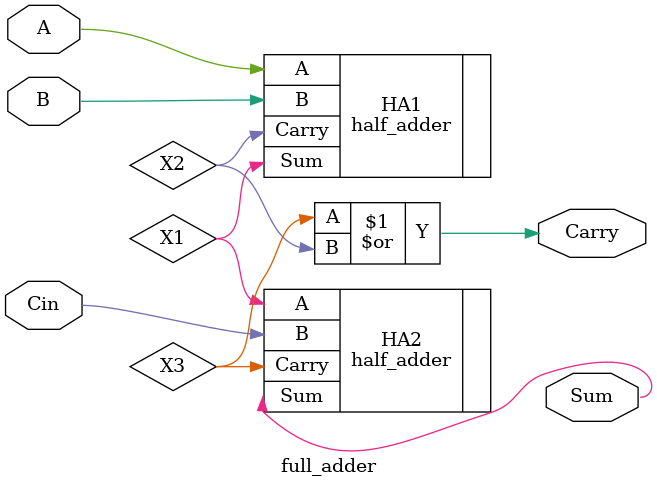
<source format=v>
`include "half_adder.v"
module full_adder (output Sum,Carry,input A,B,Cin);
// Data flow modeling of Full Adder
// assign Sum = Cin ^ (A ^ B);
// assign Carry = A & Cin | B & Cin | A & B;

// Structural modeling of Full Adder using Half-adders and an OR gate
wire X1,X2,X3;
half_adder HA1(.Sum(X1),.Carry(X2),.A(A),.B(B));
half_adder HA2(.Sum(Sum),.Carry(X3),.A(X1),.B(Cin));
or OR1(Carry,X3,X2);

endmodule
</source>
